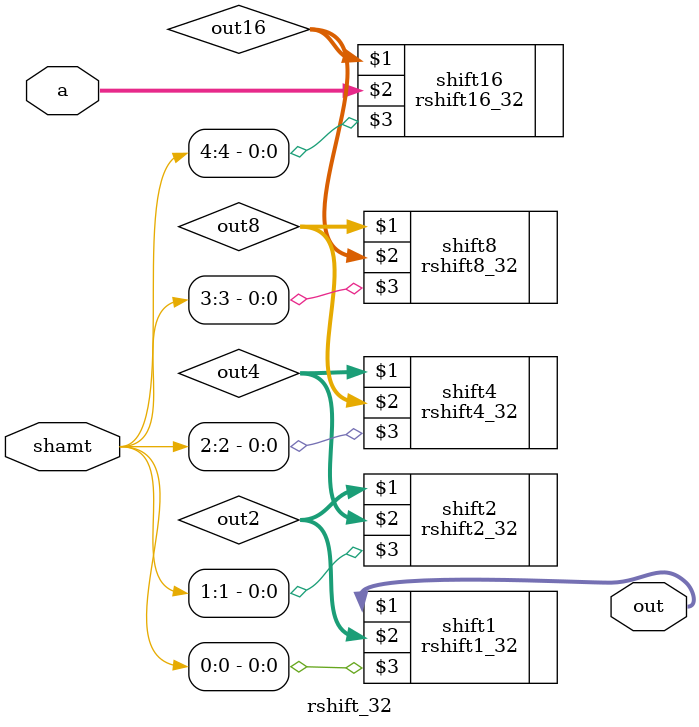
<source format=v>
module rshift_32(out, a, shamt);
    // inputs and outputs
    input [31:0] a;
    input [4:0] shamt;
    output [31:0] out;
    wire [31:0] out16, out8, out4, out2;

    // barrel shift moment
    rshift16_32 shift16(out16, a, shamt[4]);
    rshift8_32 shift8(out8, out16, shamt[3]);
    rshift4_32 shift4(out4, out8, shamt[2]);
    rshift2_32 shift2(out2, out4, shamt[1]);
    rshift1_32 shift1(out, out2, shamt[0]);
endmodule
</source>
